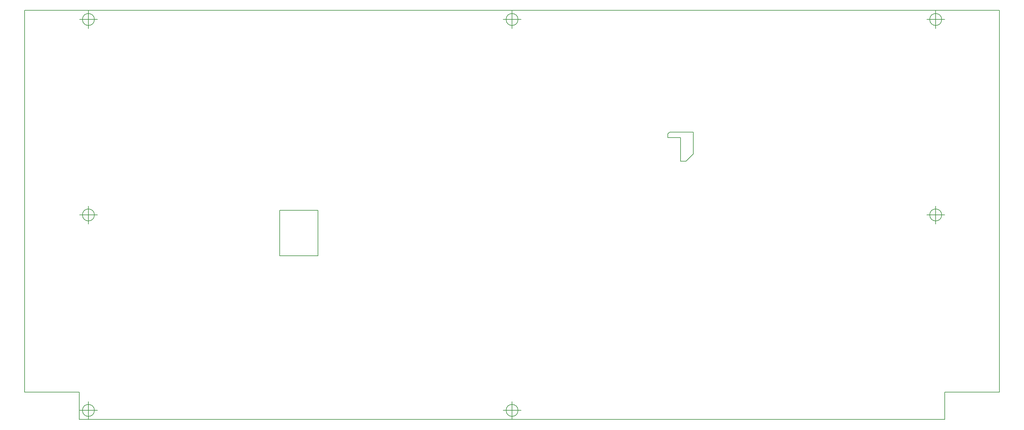
<source format=gbr>
G04 #@! TF.GenerationSoftware,KiCad,Pcbnew,(5.99.0-7935-g797175e0f2)*
G04 #@! TF.CreationDate,2021-01-18T22:07:50+01:00*
G04 #@! TF.ProjectId,ardumower mega shield svn,61726475-6d6f-4776-9572-206d65676120,1.4*
G04 #@! TF.SameCoordinates,PXc1c960PY8a12ae0*
G04 #@! TF.FileFunction,Profile,NP*
%FSLAX46Y46*%
G04 Gerber Fmt 4.6, Leading zero omitted, Abs format (unit mm)*
G04 Created by KiCad (PCBNEW (5.99.0-7935-g797175e0f2)) date 2021-01-18 22:07:50*
%MOMM*%
%LPD*%
G01*
G04 APERTURE LIST*
G04 #@! TA.AperFunction,Profile*
%ADD10C,0.150000*%
G04 #@! TD*
G04 APERTURE END LIST*
D10*
X15240000Y0D02*
X15240000Y7620000D01*
X256540000Y7620000D02*
X256540000Y0D01*
X15240000Y114300000D02*
X256540000Y114300000D01*
X186436000Y80264000D02*
X186436000Y74168000D01*
X81788000Y45720000D02*
X79248000Y45720000D01*
X17780000Y0D02*
X254000000Y0D01*
X71120000Y45720000D02*
X79248000Y45720000D01*
X184404000Y72136000D02*
X182880000Y72136000D01*
X0Y114300000D02*
X15240000Y114300000D01*
X182880000Y78740000D02*
X179324000Y78740000D01*
X79248000Y58420000D02*
X81788000Y58420000D01*
X15240000Y7620000D02*
X0Y7620000D01*
X271780000Y114300000D02*
X256540000Y114300000D01*
X182880000Y72136000D02*
X182880000Y78740000D01*
X271780000Y7620000D02*
X271780000Y114300000D01*
X179832000Y80264000D02*
X186436000Y80264000D01*
X186436000Y74168000D02*
X184404000Y72136000D01*
X71120000Y58420000D02*
X71120000Y45720000D01*
X271780000Y7620000D02*
X256540000Y7620000D01*
X179324000Y78740000D02*
X179324000Y79756000D01*
X0Y7620000D02*
X0Y114300000D01*
X15240000Y0D02*
X17780000Y0D01*
X254000000Y0D02*
X256540000Y0D01*
X81788000Y58420000D02*
X81788000Y45720000D01*
X179324000Y79756000D02*
X179832000Y80264000D01*
X71120000Y58420000D02*
X79248000Y58420000D01*
X19446666Y2540000D02*
G75*
G03*
X19446666Y2540000I-1666666J0D01*
G01*
X15280000Y2540000D02*
X20280000Y2540000D01*
X17780000Y5040000D02*
X17780000Y40000D01*
X255666666Y57150000D02*
G75*
G03*
X255666666Y57150000I-1666666J0D01*
G01*
X251500000Y57150000D02*
X256500000Y57150000D01*
X254000000Y59650000D02*
X254000000Y54650000D01*
X19446666Y2540000D02*
G75*
G03*
X19446666Y2540000I-1666666J0D01*
G01*
X15280000Y2540000D02*
X20280000Y2540000D01*
X17780000Y5040000D02*
X17780000Y40000D01*
X137556666Y111760000D02*
G75*
G03*
X137556666Y111760000I-1666666J0D01*
G01*
X133390000Y111760000D02*
X138390000Y111760000D01*
X135890000Y114260000D02*
X135890000Y109260000D01*
X19446666Y57150000D02*
G75*
G03*
X19446666Y57150000I-1666666J0D01*
G01*
X15280000Y57150000D02*
X20280000Y57150000D01*
X17780000Y59650000D02*
X17780000Y54650000D01*
X137556666Y2540000D02*
G75*
G03*
X137556666Y2540000I-1666666J0D01*
G01*
X133390000Y2540000D02*
X138390000Y2540000D01*
X135890000Y5040000D02*
X135890000Y40000D01*
X19446666Y57150000D02*
G75*
G03*
X19446666Y57150000I-1666666J0D01*
G01*
X15280000Y57150000D02*
X20280000Y57150000D01*
X17780000Y59650000D02*
X17780000Y54650000D01*
X19446666Y111760000D02*
G75*
G03*
X19446666Y111760000I-1666666J0D01*
G01*
X15280000Y111760000D02*
X20280000Y111760000D01*
X17780000Y114260000D02*
X17780000Y109260000D01*
X19446666Y111760000D02*
G75*
G03*
X19446666Y111760000I-1666666J0D01*
G01*
X15280000Y111760000D02*
X20280000Y111760000D01*
X17780000Y114260000D02*
X17780000Y109260000D01*
X255666666Y111760000D02*
G75*
G03*
X255666666Y111760000I-1666666J0D01*
G01*
X251500000Y111760000D02*
X256500000Y111760000D01*
X254000000Y114260000D02*
X254000000Y109260000D01*
M02*

</source>
